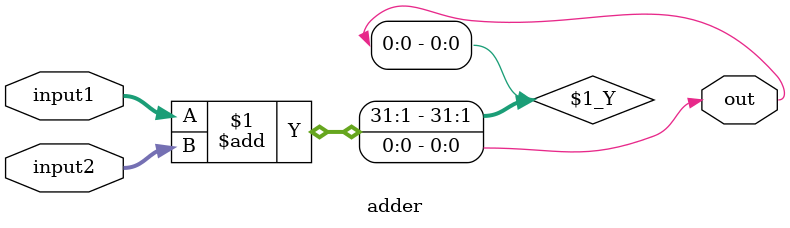
<source format=v>
`timescale 1ns / 1ps



module adder
    (
    input [31:0] input1,input2,
    output out
    );
    assign out = input1+input2;
endmodule

</source>
